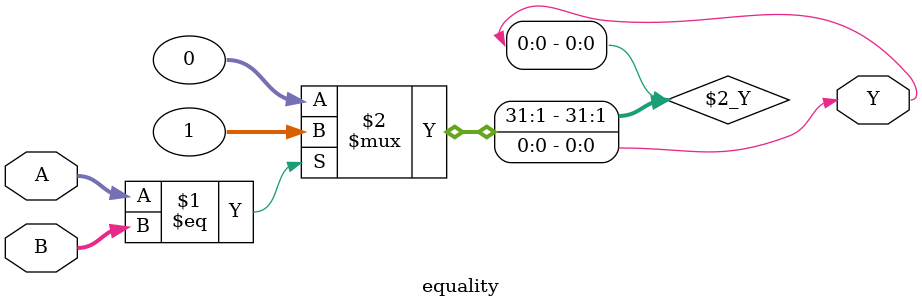
<source format=v>
module equality(input [3:0]A, input [3:0]B, output Y);

assign Y = (A == B) ? 1 : 0;

endmodule
</source>
